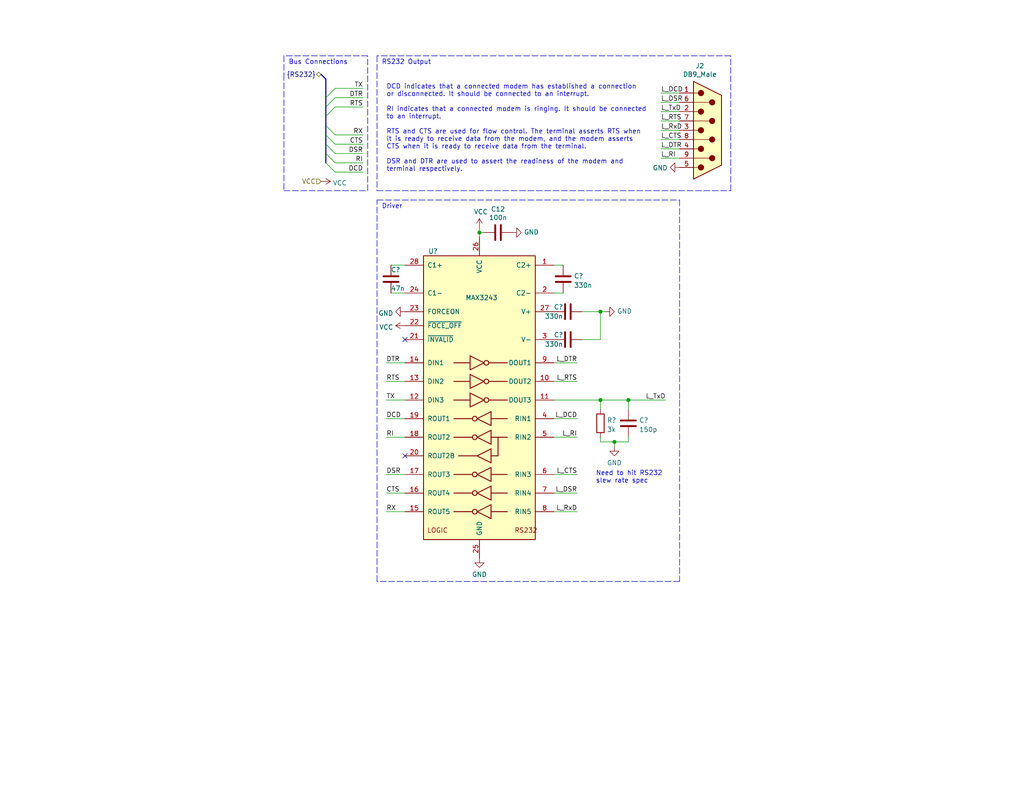
<source format=kicad_sch>
(kicad_sch (version 20211123) (generator eeschema)
  (paper "USLetter")
  (title_block (title "RS232 Transceiver") (date "2022-07-15") (rev "1.0.0") (company "Zach Anderson"))
  (lib_symbols
    (symbol "Connector:DB9_Male" (pin_names (offset 1.016) hide)
      (property "Reference" "J" (at 0 13.97 0))
      (property "Value" "DB9_Male" (at 0 -14.605 0))
      (symbol "DB9_Male_0_1"
        (circle (center -1.778 -10.16) (radius 0.762) (fill (type outline)))
        (circle (center -1.778 -5.08) (radius 0.762) (fill (type outline)))
        (circle (center -1.778 0) (radius 0.762) (fill (type outline)))
        (circle (center -1.778 5.08) (radius 0.762) (fill (type outline)))
        (circle (center -1.778 10.16) (radius 0.762) (fill (type outline)))
        (polyline (pts (xy -3.81 -10.16) (xy -2.54 -10.16)))
        (polyline (pts (xy -3.81 -7.62) (xy 0.508 -7.62)))
        (polyline (pts (xy -3.81 -5.08) (xy -2.54 -5.08)))
        (polyline (pts (xy -3.81 -2.54) (xy 0.508 -2.54)))
        (polyline (pts (xy -3.81 0) (xy -2.54 0)))
        (polyline (pts (xy -3.81 2.54) (xy 0.508 2.54)))
        (polyline (pts (xy -3.81 5.08) (xy -2.54 5.08)))
        (polyline (pts (xy -3.81 7.62) (xy 0.508 7.62)))
        (polyline (pts (xy -3.81 10.16) (xy -2.54 10.16)))
        (polyline (pts (xy -3.81 -13.335) (xy -3.81 13.335) (xy 3.81 9.525) (xy 3.81 -9.525) (xy -3.81 -13.335)) (stroke (width 0.254)) (fill (type background)))
        (circle (center 1.27 -7.62) (radius 0.762) (fill (type outline)))
        (circle (center 1.27 -2.54) (radius 0.762) (fill (type outline)))
        (circle (center 1.27 2.54) (radius 0.762) (fill (type outline)))
        (circle (center 1.27 7.62) (radius 0.762) (fill (type outline)))
      )
      (symbol "DB9_Male_1_1"
        (pin passive line (at -7.62 -10.16 0) (length 3.81) (name "1") (number "1"))
        (pin passive line (at -7.62 -5.08 0) (length 3.81) (name "2") (number "2"))
        (pin passive line (at -7.62 0 0) (length 3.81) (name "3") (number "3"))
        (pin passive line (at -7.62 5.08 0) (length 3.81) (name "4") (number "4"))
        (pin passive line (at -7.62 10.16 0) (length 3.81) (name "5") (number "5"))
        (pin passive line (at -7.62 -7.62 0) (length 3.81) (name "6") (number "6"))
        (pin passive line (at -7.62 -2.54 0) (length 3.81) (name "7") (number "7"))
        (pin passive line (at -7.62 2.54 0) (length 3.81) (name "8") (number "8"))
        (pin passive line (at -7.62 7.62 0) (length 3.81) (name "9") (number "9"))
      )
    )
    (symbol "Device:C" (pin_numbers hide) (pin_names (offset 0.254))
      (property "Reference" "C" (at 0.635 2.54 0))
      (property "Value" "C" (at 0.635 -2.54 0))
      (symbol "C_0_1"
        (polyline (pts (xy -2.032 -0.762) (xy 2.032 -0.762)) (stroke (width 0.508)))
        (polyline (pts (xy -2.032 0.762) (xy 2.032 0.762)) (stroke (width 0.508)))
      )
      (symbol "C_1_1"
        (pin passive line (at 0 3.81 270) (length 2.794) (name "~") (number "1"))
        (pin passive line (at 0 -3.81 90) (length 2.794) (name "~") (number "2"))
      )
    )
    (symbol "Device:R" (pin_numbers hide) (pin_names (offset 0))
      (property "Reference" "R" (at 2.032 0 90))
      (property "Value" "R" (at 0 0 90))
      (symbol "R_0_1"
        (rectangle (start -1.016 -2.54) (end 1.016 2.54) (stroke (width 0.254)))
      )
      (symbol "R_1_1"
        (pin passive line (at 0 3.81 270) (length 1.27) (name "~") (number "1"))
        (pin passive line (at 0 -3.81 90) (length 1.27) (name "~") (number "2"))
      )
    )
    (symbol "power:GND" (power) (pin_names (offset 0))
      (property "Value" "GND" (at 0 -3.81 0))
      (symbol "GND_0_1"
        (polyline (pts (xy 0 0) (xy 0 -1.27) (xy 1.27 -1.27) (xy 0 -2.54) (xy -1.27 -1.27) (xy 0 -1.27)))
      )
      (symbol "GND_1_1"
        (pin power_in line (at 0 0 270) (length 0) hide (name "GND") (number "1"))
      )
    )
    (symbol "power:VCC" (power) (pin_names (offset 0))
      (property "Value" "VCC" (at 0 3.81 0))
      (symbol "VCC_0_1"
        (polyline (pts (xy -0.762 1.27) (xy 0 2.54)))
        (polyline (pts (xy 0 0) (xy 0 2.54)))
        (polyline (pts (xy 0 2.54) (xy 0.762 1.27)))
      )
      (symbol "VCC_1_1"
        (pin power_in line (at 0 0 90) (length 0) hide (name "VCC") (number "1"))
      )
    )
    (symbol "typerwriter:MAX3243" (pin_names (offset 1.016))
      (property "Reference" "U" (at -12.7 43.18 0))
      (property "Value" "MAX3243" (at 3.81 31.75 0))
      (symbol "MAX3243_0_0"
        (text "LOGIC" (at -11.43 -33.02 0) (effects (font (size 1.27 1.27))))
        (text "RS232" (at 12.7 -33.02 0) (effects (font (size 1.27 1.27))))
      )
      (symbol "MAX3243_0_1"
        (rectangle (start -15.24 41.91) (end 15.24 -35.56) (stroke (width 0.254)) (fill (type background)))
        (circle (center -1.27 -27.94) (radius 0.635) (stroke (width 0.254)))
        (circle (center -1.27 -22.86) (radius 0.635) (stroke (width 0.254)))
        (circle (center -1.27 -17.78) (radius 0.635) (stroke (width 0.254)))
        (circle (center -1.27 -7.62) (radius 0.635) (stroke (width 0.254)))
        (circle (center -1.27 -2.54) (radius 0.635) (stroke (width 0.254)))
        (polyline (pts (xy -2.54 2.54) (xy -6.985 2.54)) (stroke (width 0.254)))
        (polyline (pts (xy -2.54 7.62) (xy -6.985 7.62)) (stroke (width 0.254)))
        (polyline (pts (xy -2.54 12.7) (xy -6.985 12.7)) (stroke (width 0.254)))
        (polyline (pts (xy -1.905 -27.94) (xy -6.985 -27.94)) (stroke (width 0.254)))
        (polyline (pts (xy -1.905 -22.86) (xy -6.985 -22.86)) (stroke (width 0.254)))
        (polyline (pts (xy -1.905 -17.78) (xy -6.985 -17.78)) (stroke (width 0.254)))
        (polyline (pts (xy -1.905 -7.62) (xy -6.985 -7.62)) (stroke (width 0.254)))
        (polyline (pts (xy -1.905 -2.54) (xy -6.985 -2.54)) (stroke (width 0.254)))
        (polyline (pts (xy -0.635 -12.7) (xy -5.715 -12.7)) (stroke (width 0.254)))
        (polyline (pts (xy 2.54 2.54) (xy 7.62 2.54)) (stroke (width 0.254)))
        (polyline (pts (xy 2.54 7.62) (xy 7.62 7.62)) (stroke (width 0.254)))
        (polyline (pts (xy 2.54 12.7) (xy 7.62 12.7)) (stroke (width 0.254)))
        (polyline (pts (xy 3.175 -27.94) (xy 7.62 -27.94)) (stroke (width 0.254)))
        (polyline (pts (xy 3.175 -22.86) (xy 7.62 -22.86)) (stroke (width 0.254)))
        (polyline (pts (xy 3.175 -17.78) (xy 7.62 -17.78)) (stroke (width 0.254)))
        (polyline (pts (xy 3.175 -12.7) (xy 5.08 -12.7)) (stroke (width 0.254)))
        (polyline (pts (xy 3.175 -7.62) (xy 7.62 -7.62)) (stroke (width 0.254)))
        (polyline (pts (xy 3.175 -2.54) (xy 7.62 -2.54)) (stroke (width 0.254)))
        (polyline (pts (xy 5.08 -12.7) (xy 5.08 -7.62)) (stroke (width 0.25)))
        (polyline (pts (xy -2.54 4.445) (xy -2.54 0.635) (xy 1.27 2.54) (xy -2.54 4.445)) (stroke (width 0.254)))
        (polyline (pts (xy -2.54 9.525) (xy -2.54 5.715) (xy 1.27 7.62) (xy -2.54 9.525)) (stroke (width 0.254)))
        (polyline (pts (xy -2.54 14.605) (xy -2.54 10.795) (xy 1.27 12.7) (xy -2.54 14.605)) (stroke (width 0.254)))
        (polyline (pts (xy 3.175 -26.035) (xy 3.175 -29.845) (xy -0.635 -27.94) (xy 3.175 -26.035)) (stroke (width 0.254)))
        (polyline (pts (xy 3.175 -20.955) (xy 3.175 -24.765) (xy -0.635 -22.86) (xy 3.175 -20.955)) (stroke (width 0.254)))
        (polyline (pts (xy 3.175 -15.875) (xy 3.175 -19.685) (xy -0.635 -17.78) (xy 3.175 -15.875)) (stroke (width 0.254)))
        (polyline (pts (xy 3.175 -10.795) (xy 3.175 -14.605) (xy -0.635 -12.7) (xy 3.175 -10.795)) (stroke (width 0.254)))
        (polyline (pts (xy 3.175 -5.715) (xy 3.175 -9.525) (xy -0.635 -7.62) (xy 3.175 -5.715)) (stroke (width 0.254)))
        (polyline (pts (xy 3.175 -0.635) (xy 3.175 -4.445) (xy -0.635 -2.54) (xy 3.175 -0.635)) (stroke (width 0.254)))
        (circle (center 1.905 2.54) (radius 0.635) (stroke (width 0.254)))
        (circle (center 1.905 7.62) (radius 0.635) (stroke (width 0.254)))
        (circle (center 1.905 12.7) (radius 0.635) (stroke (width 0.254)))
      )
      (symbol "MAX3243_1_1"
        (pin passive line (at 20.32 39.37 180) (length 5.08) (name "C2+") (number "1"))
        (pin output line (at 20.32 7.62 180) (length 5.08) (name "DOUT2") (number "10"))
        (pin output line (at 20.32 2.54 180) (length 5.08) (name "DOUT3") (number "11"))
        (pin input line (at -20.32 2.54 0) (length 5.08) (name "DIN3") (number "12"))
        (pin input line (at -20.32 7.62 0) (length 5.08) (name "DIN2") (number "13"))
        (pin input line (at -20.32 12.7 0) (length 5.08) (name "DIN1") (number "14"))
        (pin output line (at -20.32 -27.94 0) (length 5.08) (name "ROUT5") (number "15"))
        (pin output line (at -20.32 -22.86 0) (length 5.08) (name "ROUT4") (number "16"))
        (pin output line (at -20.32 -17.78 0) (length 5.08) (name "ROUT3") (number "17"))
        (pin output line (at -20.32 -7.62 0) (length 5.08) (name "ROUT2") (number "18"))
        (pin output line (at -20.32 -2.54 0) (length 5.08) (name "ROUT1") (number "19"))
        (pin passive line (at 20.32 31.75 180) (length 5.08) (name "C2-") (number "2"))
        (pin output line (at -20.32 -12.7 0) (length 5.08) (name "ROUT2B") (number "20"))
        (pin output line (at -20.32 19.05 0) (length 5.08) (name "~{INVALID}") (number "21"))
        (pin input line (at -20.32 22.86 0) (length 5.08) (name "~{FOCE_OFF}") (number "22"))
        (pin input line (at -20.32 26.67 0) (length 5.08) (name "FORCEON") (number "23"))
        (pin passive line (at -20.32 31.75 0) (length 5.08) (name "C1-") (number "24"))
        (pin power_in line (at 0 -40.64 90) (length 5.08) (name "GND") (number "25"))
        (pin power_in line (at 0 46.99 270) (length 5.08) (name "VCC") (number "26"))
        (pin power_out line (at 20.32 26.67 180) (length 5.08) (name "V+") (number "27"))
        (pin passive line (at -20.32 39.37 0) (length 5.08) (name "C1+") (number "28"))
        (pin power_out line (at 20.32 19.05 180) (length 5.08) (name "V-") (number "3"))
        (pin input line (at 20.32 -2.54 180) (length 5.08) (name "RIN1") (number "4"))
        (pin input line (at 20.32 -7.62 180) (length 5.08) (name "RIN2") (number "5"))
        (pin input line (at 20.32 -17.78 180) (length 5.08) (name "RIN3") (number "6"))
        (pin input line (at 20.32 -22.86 180) (length 5.08) (name "RIN4") (number "7"))
        (pin input line (at 20.32 -27.94 180) (length 5.08) (name "RIN5") (number "8"))
        (pin output line (at 20.32 12.7 180) (length 5.08) (name "DOUT1") (number "9"))
      )
    )
  )
  (junction (at 167.64 120.65))
  (junction (at 171.45 109.22))
  (junction (at 130.81 63.5))
  (junction (at 163.83 85.09))
  (junction (at 163.83 109.22))
  (no_connect (at -82.55 171.45))
  (no_connect (at 110.49 124.46))
  (no_connect (at 110.49 92.71))
  (no_connect (at -82.55 161.29))
  (bus_entry (at 91.44 24.13) (size -2.54 2.54))
  (bus_entry (at 88.9 39.37) (size 2.54 2.54))
  (bus_entry (at 88.9 41.91) (size 2.54 2.54))
  (bus_entry (at 91.44 26.67) (size -2.54 2.54))
  (bus_entry (at 88.9 36.83) (size 2.54 2.54))
  (bus_entry (at 91.44 29.21) (size -2.54 2.54))
  (bus_entry (at 88.9 44.45) (size 2.54 2.54))
  (bus_entry (at 88.9 34.29) (size 2.54 2.54))
  (wire (pts (xy 163.83 92.71) (xy 158.75 92.71)))
  (polyline (pts (xy 102.87 15.24) (xy 102.87 52.07)))
  (wire (pts (xy 105.41 134.62) (xy 110.49 134.62)))
  (wire (pts (xy 151.13 119.38) (xy 157.48 119.38)))
  (wire (pts (xy 151.13 139.7) (xy 157.48 139.7)))
  (bus (pts (xy 88.9 41.91) (xy 88.9 44.45)))
  (wire (pts (xy 171.45 120.65) (xy 171.45 119.38)))
  (wire (pts (xy 180.34 33.02) (xy 185.42 33.02)))
  (polyline (pts (xy 102.87 54.61) (xy 185.42 54.61)))
  (polyline (pts (xy 77.47 15.24) (xy 77.47 20.32)))
  (polyline (pts (xy 77.47 52.07) (xy 100.33 52.07)))
  (wire (pts (xy 167.64 120.65) (xy 167.64 121.92)))
  (wire (pts (xy 171.45 109.22) (xy 171.45 111.76)))
  (wire (pts (xy 151.13 104.14) (xy 157.48 104.14)))
  (wire (pts (xy 105.41 109.22) (xy 110.49 109.22)))
  (wire (pts (xy 130.81 62.23) (xy 130.81 63.5)))
  (wire (pts (xy 105.41 104.14) (xy 110.49 104.14)))
  (wire (pts (xy 99.06 24.13) (xy 91.44 24.13)))
  (bus (pts (xy 88.9 21.59) (xy 88.9 26.67)))
  (polyline (pts (xy 102.87 52.07) (xy 199.39 52.07)))
  (wire (pts (xy 151.13 72.39) (xy 153.67 72.39)))
  (wire (pts (xy 91.44 41.91) (xy 99.06 41.91)))
  (wire (pts (xy 171.45 109.22) (xy 181.61 109.22)))
  (wire (pts (xy 99.06 36.83) (xy 91.44 36.83)))
  (wire (pts (xy 151.13 99.06) (xy 157.48 99.06)))
  (wire (pts (xy 91.44 46.99) (xy 99.06 46.99)))
  (polyline (pts (xy 199.39 52.07) (xy 199.39 15.24)))
  (wire (pts (xy 105.41 139.7) (xy 110.49 139.7)))
  (polyline (pts (xy 100.33 52.07) (xy 100.33 15.24)))
  (wire (pts (xy 180.34 27.94) (xy 185.42 27.94)))
  (bus (pts (xy 88.9 39.37) (xy 88.9 41.91)))
  (wire (pts (xy 105.41 99.06) (xy 110.49 99.06)))
  (wire (pts (xy 151.13 114.3) (xy 157.48 114.3)))
  (polyline (pts (xy 185.42 158.75) (xy 102.87 158.75)))
  (wire (pts (xy 158.75 85.09) (xy 163.83 85.09)))
  (wire (pts (xy 105.41 119.38) (xy 110.49 119.38)))
  (wire (pts (xy 153.67 80.01) (xy 151.13 80.01)))
  (wire (pts (xy 167.64 120.65) (xy 171.45 120.65)))
  (wire (pts (xy -87.63 156.21) (xy -82.55 156.21)))
  (bus (pts (xy 88.9 34.29) (xy 88.9 36.83)))
  (wire (pts (xy 180.34 35.56) (xy 185.42 35.56)))
  (polyline (pts (xy 100.33 15.24) (xy 77.47 15.24)))
  (wire (pts (xy 106.68 80.01) (xy 110.49 80.01)))
  (wire (pts (xy 105.41 114.3) (xy 110.49 114.3)))
  (wire (pts (xy 180.34 30.48) (xy 185.42 30.48)))
  (wire (pts (xy 180.34 43.18) (xy 185.42 43.18)))
  (wire (pts (xy 180.34 25.4) (xy 185.42 25.4)))
  (wire (pts (xy 163.83 120.65) (xy 167.64 120.65)))
  (bus (pts (xy 88.9 36.83) (xy 88.9 39.37)))
  (wire (pts (xy 151.13 109.22) (xy 163.83 109.22)))
  (bus (pts (xy 88.9 29.21) (xy 88.9 31.75)))
  (bus (pts (xy 88.9 26.67) (xy 88.9 29.21)))
  (wire (pts (xy 91.44 44.45) (xy 99.06 44.45)))
  (wire (pts (xy 163.83 85.09) (xy 165.1 85.09)))
  (wire (pts (xy 99.06 26.67) (xy 91.44 26.67)))
  (polyline (pts (xy 102.87 158.75) (xy 102.87 54.61)))
  (wire (pts (xy 180.34 38.1) (xy 185.42 38.1)))
  (bus (pts (xy 88.9 21.59) (xy 87.63 20.32)))
  (wire (pts (xy 130.81 63.5) (xy 132.08 63.5)))
  (polyline (pts (xy 185.42 54.61) (xy 185.42 109.22)))
  (wire (pts (xy 91.44 29.21) (xy 99.06 29.21)))
  (bus (pts (xy 88.9 31.75) (xy 88.9 34.29)))
  (wire (pts (xy 105.41 129.54) (xy 110.49 129.54)))
  (polyline (pts (xy 185.42 109.22) (xy 185.42 158.75)))
  (wire (pts (xy 91.44 39.37) (xy 99.06 39.37)))
  (wire (pts (xy 151.13 134.62) (xy 157.48 134.62)))
  (wire (pts (xy 163.83 85.09) (xy 163.83 92.71)))
  (wire (pts (xy 163.83 119.38) (xy 163.83 120.65)))
  (wire (pts (xy -87.63 166.37) (xy -82.55 166.37)))
  (polyline (pts (xy 199.39 15.24) (xy 102.87 15.24)))
  (wire (pts (xy 110.49 72.39) (xy 106.68 72.39)))
  (wire (pts (xy 163.83 109.22) (xy 163.83 111.76)))
  (polyline (pts (xy 77.47 20.32) (xy 77.47 52.07)))
  (wire (pts (xy 163.83 109.22) (xy 171.45 109.22)))
  (wire (pts (xy 130.81 63.5) (xy 130.81 64.77)))
  (wire (pts (xy 180.34 40.64) (xy 185.42 40.64)))
  (wire (pts (xy 151.13 129.54) (xy 157.48 129.54)))
  (text "Need to hit RS232\nslew rate spec" (at 162.56 132.08 0) (effects (font (size 1.27 1.27)) (justify left bottom)))
  (text "Bus Connections" (at 78.74 17.78 0) (effects (font (size 1.27 1.27)) (justify left bottom)))
  (text "RS232 Output" (at 104.14 17.78 0) (effects (font (size 1.27 1.27)) (justify left bottom)))
  (text "DCD indicates that a connected modem has established a connection\nor disconnected. It should be connected to an interrupt.\n\nRI indicates that a connected modem is ringing. It should be connected\nto an interrupt.\n\nRTS and CTS are used for flow control. The terminal asserts RTS when\nit is ready to receive data from the modem, and the modem asserts\nCTS when it is ready to receive data from the terminal.\n\nDSR and DTR are used to assert the readiness of the modem and\nterminal respectively." (at 105.41 46.99 0) (effects (font (size 1.27 1.27)) (justify left bottom)))
  (text "Driver" (at 104.14 57.15 0) (effects (font (size 1.27 1.27)) (justify left bottom)))
  (label "RX" (at -87.63 166.37 0))
  (label "DCD" (at 105.41 114.3 0))
  (label "L_TxD" (at 180.34 30.48 0))
  (label "DTR" (at 105.41 99.06 0))
  (label "RTS" (at 105.41 104.14 0))
  (label "RI" (at 99.06 44.45 180))
  (label "CTS" (at 99.06 39.37 180))
  (label "L_RxD" (at 157.48 139.7 180))
  (label "L_DCD" (at 157.48 114.3 180))
  (label "L_RTS" (at 157.48 104.14 180))
  (label "L_DSR" (at 157.48 134.62 180))
  (label "TX" (at 99.06 24.13 180))
  (label "CTS" (at 105.41 134.62 0))
  (label "RX" (at 99.06 36.83 180))
  (label "RI" (at 105.41 119.38 0))
  (label "DSR" (at 105.41 129.54 0))
  (label "L_RTS" (at 180.34 33.02 0))
  (label "L_CTS" (at 180.34 38.1 0))
  (label "L_DSR" (at 180.34 27.94 0))
  (label "L_RI" (at 180.34 43.18 0))
  (label "DCD" (at 99.06 46.99 180))
  (label "L_DCD" (at 180.34 25.4 0))
  (label "L_DTR" (at 157.48 99.06 180))
  (label "DTR" (at 99.06 26.67 180))
  (label "L_DTR" (at 180.34 40.64 0))
  (label "RX" (at 105.41 139.7 0))
  (label "L_RxD" (at 180.34 35.56 0))
  (label "L_RI" (at 157.48 119.38 180))
  (label "L_CTS" (at 157.48 129.54 180))
  (label "TX" (at -87.63 156.21 0))
  (label "DSR" (at 99.06 41.91 180))
  (label "L_TxD" (at 181.61 109.22 180))
  (label "RTS" (at 99.06 29.21 180))
  (label "TX" (at 105.41 109.22 0))
  (hierarchical_label "{RS232}" (shape bidirectional) (at 87.63 20.32 180))
  (hierarchical_label "VCC" (shape input) (at 87.63 49.53 180))
  (symbol (lib_id "Connector:DB9_Male") (at 193.04 35.56 0) (mirror x) (unit 1)
    (property "Reference" "J2" (at 190.9572 17.9832 0))
    (property "Value" "DB9_Male" (at 190.9572 20.2946 0))
    (property "Datasheet" " ~" (effects hide))
  )
  (symbol (lib_id "power:VCC") (at 130.81 62.23 0) (unit 1)
    (property "Reference" "#PWR037" (effects hide))
    (property "Value" "VCC" (at 131.191 57.8358 0))
  )
  (symbol (lib_id "power:GND") (at -62.23 184.15 0) (unit 1)
    (property "Reference" "#PWR038" (effects hide))
    (property "Value" "GND" (at -62.103 188.5442 0))
  )
  (symbol (lib_id "Device:C") (at 135.89 63.5 270) (unit 1)
    (property "Reference" "C12" (at 135.89 57.0992 90))
    (property "Value" "100n" (at 135.89 59.4106 90))
  )
  (symbol (lib_id "power:GND") (at 139.7 63.5 90) (unit 1)
    (property "Reference" "#PWR039" (effects hide))
    (property "Value" "GND" (at 142.9512 63.373 90) (effects (justify right)))
  )
  (symbol (lib_id "power:GND") (at 165.1 85.09 90) (unit 1)
    (property "Reference" "#PWR040" (effects hide))
    (property "Value" "GND" (at 168.3512 84.963 90) (effects (justify right)))
  )
  (symbol (lib_id "power:GND") (at 185.42 45.72 270) (unit 1)
    (property "Reference" "#PWR041" (effects hide))
    (property "Value" "GND" (at 182.1688 45.847 90) (effects (justify right)))
  )
  (symbol (lib_id "Device:C") (at 153.67 76.2 0) (unit 1)
    (property "Reference" "C?" (at 156.591 75.3653 0) (effects (justify left)))
    (property "Value" "330n" (at 156.591 77.9022 0) (effects (justify left)))
  )
  (symbol (lib_id "power:GND") (at 130.81 152.4 0) (unit 1)
    (property "Reference" "#PWR?" (effects hide))
    (property "Value" "GND" (at 130.81 156.8434 0))
  )
  (symbol (lib_id "typerwriter:MAX3243") (at 130.81 111.76 0) (unit 1)
    (property "Reference" "U?" (at 116.84 68.58 0) (effects (justify left)))
    (property "Value" "MAX3243" (at 127 81.28 0) (effects (justify left)))
    (property "Datasheet" "https://www.ti.com/lit/ds/symlink/max3243.pdf" (effects hide))
  )
  (symbol (lib_id "Device:R") (at 163.83 115.57 0) (unit 1)
    (property "Reference" "R?" (at 165.608 114.7353 0) (effects (justify left)))
    (property "Value" "3k" (at 165.608 117.2722 0) (effects (justify left)))
  )
  (symbol (lib_id "Device:C") (at 171.45 115.57 0) (unit 1)
    (property "Reference" "C?" (at 174.371 114.7353 0) (effects (justify left)))
    (property "Value" "150p" (at 174.371 117.2722 0) (effects (justify left)))
  )
  (symbol (lib_id "power:GND") (at 167.64 121.92 0) (unit 1)
    (property "Reference" "#PWR?" (effects hide))
    (property "Value" "GND" (at 167.64 126.3634 0))
  )
  (symbol (lib_id "power:VCC") (at 87.63 49.53 270) (unit 1)
    (property "Reference" "#PWR?" (effects hide))
    (property "Value" "VCC" (at 90.805 49.9638 90) (effects (justify left)))
  )
  (symbol (lib_id "power:GND") (at 110.49 85.09 270) (unit 1)
    (property "Reference" "#PWR?" (effects hide))
    (property "Value" "GND" (at 107.3151 85.5238 90) (effects (justify right)))
  )
  (symbol (lib_id "Device:C") (at 106.68 76.2 0) (unit 1)
    (property "Reference" "C?" (at 106.68 73.66 0) (effects (justify left)))
    (property "Value" "47n" (at 106.68 78.74 0) (effects (justify left)))
  )
  (symbol (lib_id "Device:C") (at 154.94 92.71 90) (unit 1)
    (property "Reference" "C?" (at 152.4 91.44 90))
    (property "Value" "330n" (at 151.13 93.98 90))
  )
  (symbol (lib_id "Device:C") (at 154.94 85.09 90) (unit 1)
    (property "Reference" "C?" (at 152.4 83.82 90))
    (property "Value" "330n" (at 151.13 86.36 90))
  )
  (symbol (lib_id "power:VCC") (at 110.49 88.9 90) (unit 1)
    (property "Reference" "#PWR?" (effects hide))
    (property "Value" "VCC" (at 107.315 89.3338 90) (effects (justify left)))
  )
)
</source>
